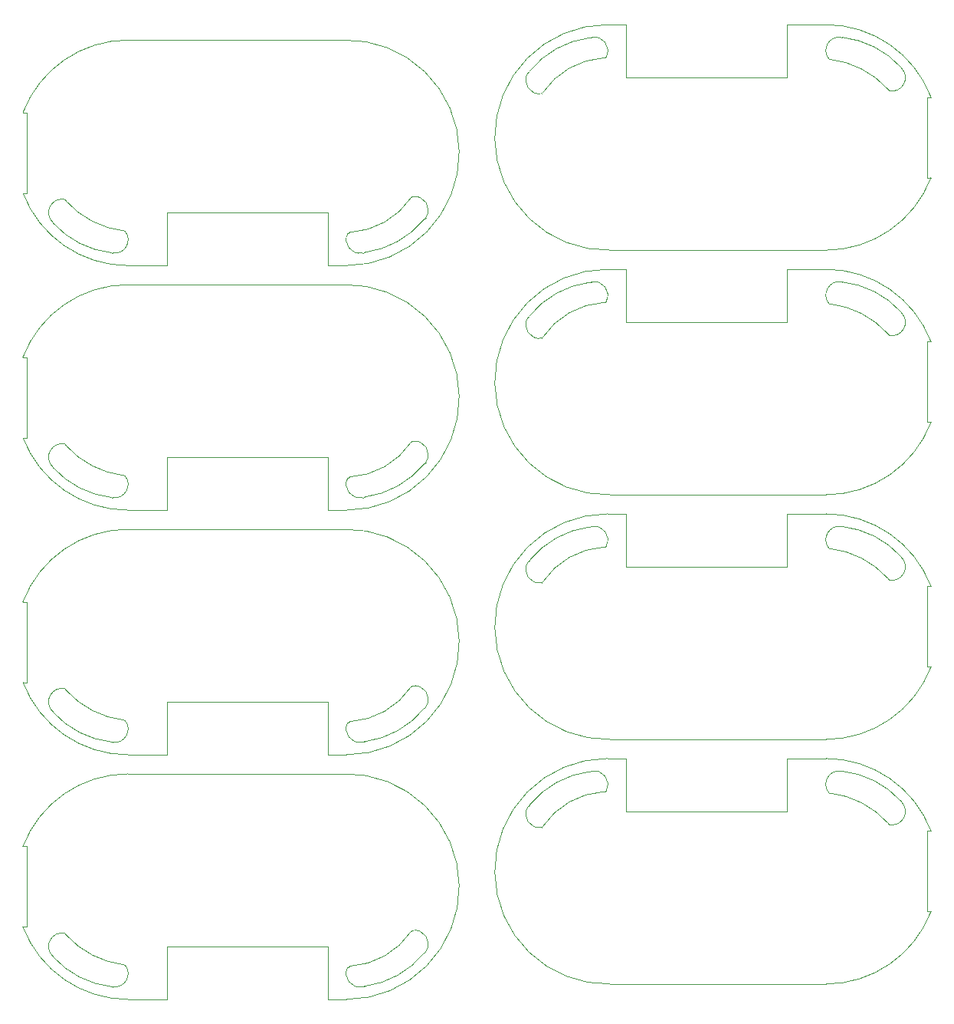
<source format=gm1>
%MOIN*%
%OFA0B0*%
%FSLAX45Y45*%
%IPPOS*%
%LPD*%
%ADD10C,0.0019685039370078744*%
%ADD21C,0.0019685039370078744*%
%ADD22C,0.0019685039370078744*%
%ADD23C,0.0019685039370078744*%
%ADD24C,0.0019685039370078744*%
%ADD25C,0.0019685039370078744*%
%ADD26C,0.0019685039370078744*%
%ADD27C,0.0019685039370078744*%
G01*
D10*
X000043906Y000046897D02*
X000043355Y000047615D01*
X000049569Y000056420D02*
X000049067Y000057096D01*
X000075191Y000043352D02*
X000074960Y000043385D01*
X000069842Y000033818D02*
X000069491Y000033878D01*
X000179370Y000034055D02*
X000178540Y000033878D01*
X000200045Y000058278D02*
X000199803Y000058031D01*
X000206073Y000049204D02*
X000205502Y000048622D01*
X000206073Y000049204D02*
G75*
G03*
X000200045Y000058278I-000004793J000003354D01*
G01*
X000172126Y000042322D02*
G75*
G03*
X000178540Y000033878I000005137J-000002755D01*
G01*
X000205502Y000048622D02*
G75*
G02*
X000179370Y000034055I-000031292J000025413D01*
G01*
X000172988Y000042779D02*
G75*
G03*
X000199803Y000058031I-000001925J000034582D01*
G01*
X000172988Y000042779D02*
X000172126Y000042322D01*
X000075191Y000043352D02*
G75*
G02*
X000069842Y000033818I-000004423J-000003785D01*
G01*
X000049569Y000056420D02*
G75*
G03*
X000074960Y000043385I000029942J000027079D01*
G01*
X000043355Y000047615D02*
G75*
G02*
X000049067Y000057096I000004479J000003762D01*
G01*
X000043906Y000046897D02*
G75*
G03*
X000069491Y000033878I000029915J000027137D01*
G01*
X000030834Y000094842D02*
G75*
G02*
X000076610Y000126362I000045776J-000017480D01*
G01*
X000093610Y000051362D02*
X000163610Y000051362D01*
X000163610Y000051362D02*
X000163610Y000028362D01*
X000030848Y000059843D02*
X000032612Y000059843D01*
X000032610Y000094842D02*
X000032612Y000059843D01*
X000030848Y000059843D02*
G75*
G03*
X000076610Y000028362I000045761J000017518D01*
G01*
X000076610Y000126362D02*
X000170413Y000126347D01*
X000093610Y000028362D02*
X000093610Y000051362D01*
X000163610Y000028362D02*
X000171610Y000028362D01*
X000076610Y000028362D02*
X000093610Y000028362D01*
X000032610Y000094842D02*
X000030834Y000094842D01*
X000170413Y000126347D02*
G75*
G02*
X000171610Y000028362I000001197J-000048985D01*
G01*
G04 next file*
G04 #@! TF.GenerationSoftware,KiCad,Pcbnew,(5.1.10)-1*
G04 #@! TF.CreationDate,2021-07-19T19:08:23-05:00*
G04 #@! TF.ProjectId,temp sensor,74656d70-2073-4656-9e73-6f722e6b6963,0.2*
G04 #@! TF.SameCoordinates,Original*
G04 #@! TF.FileFunction,Profile,NP*
G04 Gerber Fmt 4.5, Leading zero omitted, Abs format (unit mm)*
G04 Created by KiCad (PCBNEW (5.1.10)-1) date 2021-07-19 19:08:23*
G01*
G04 APERTURE LIST*
G04 #@! TA.AperFunction,Profile*
G04 #@! TD*
G04 APERTURE END LIST*
D21*
X000412786Y000114519D02*
X000413337Y000113802D01*
X000407122Y000104997D02*
X000407625Y000104320D01*
X000381501Y000118064D02*
X000381732Y000118031D01*
X000386850Y000127598D02*
X000387201Y000127538D01*
X000277322Y000127362D02*
X000278152Y000127538D01*
X000256647Y000103138D02*
X000256889Y000103385D01*
X000250619Y000112212D02*
X000251190Y000112795D01*
X000250619Y000112212D02*
G75*
G03*
X000256647Y000103138I000004793J-000003354D01*
G01*
X000284566Y000119094D02*
G75*
G03*
X000278152Y000127538I-000005137J000002755D01*
G01*
X000251190Y000112795D02*
G75*
G02*
X000277322Y000127362I000031292J-000025413D01*
G01*
X000283704Y000118637D02*
G75*
G03*
X000256889Y000103385I000001925J-000034582D01*
G01*
X000283704Y000118637D02*
X000284566Y000119094D01*
X000381501Y000118064D02*
G75*
G02*
X000386850Y000127598I000004423J000003785D01*
G01*
X000407122Y000104997D02*
G75*
G03*
X000381732Y000118031I-000029942J-000027079D01*
G01*
X000413337Y000113802D02*
G75*
G02*
X000407625Y000104320I-000004479J-000003762D01*
G01*
X000412786Y000114519D02*
G75*
G03*
X000387201Y000127538I-000029915J-000027137D01*
G01*
X000425858Y000066574D02*
G75*
G02*
X000380082Y000035055I-000045776J000017480D01*
G01*
X000363082Y000110055D02*
X000293082Y000110055D01*
X000293082Y000110055D02*
X000293082Y000133055D01*
X000425843Y000101573D02*
X000424080Y000101573D01*
X000424082Y000066574D02*
X000424080Y000101573D01*
X000425843Y000101573D02*
G75*
G03*
X000380082Y000133055I-000045761J-000017518D01*
G01*
X000380082Y000035055D02*
X000286279Y000035069D01*
X000363082Y000133055D02*
X000363082Y000110055D01*
X000293082Y000133055D02*
X000285082Y000133055D01*
X000380082Y000133055D02*
X000363082Y000133055D01*
X000424082Y000066574D02*
X000425858Y000066574D01*
X000286279Y000035069D02*
G75*
G02*
X000285082Y000133055I-000001197J000048985D01*
G01*
G04 next file*
G04 #@! TF.GenerationSoftware,KiCad,Pcbnew,(5.1.10)-1*
G04 #@! TF.CreationDate,2021-07-19T19:08:23-05:00*
G04 #@! TF.ProjectId,temp sensor,74656d70-2073-4656-9e73-6f722e6b6963,0.2*
G04 #@! TF.SameCoordinates,Original*
G04 #@! TF.FileFunction,Profile,NP*
G04 Gerber Fmt 4.5, Leading zero omitted, Abs format (unit mm)*
G04 Created by KiCad (PCBNEW (5.1.10)-1) date 2021-07-19 19:08:23*
G01*
G04 APERTURE LIST*
G04 #@! TA.AperFunction,Profile*
G04 #@! TD*
G04 APERTURE END LIST*
D22*
X000043906Y000153197D02*
X000043355Y000153914D01*
X000049569Y000162719D02*
X000049067Y000163396D01*
X000075191Y000149651D02*
X000074960Y000149685D01*
X000069842Y000140118D02*
X000069491Y000140177D01*
X000179370Y000140354D02*
X000178540Y000140177D01*
X000200045Y000164577D02*
X000199803Y000164330D01*
X000206073Y000155504D02*
X000205502Y000154921D01*
X000206073Y000155504D02*
G75*
G03*
X000200045Y000164577I-000004793J000003354D01*
G01*
X000172126Y000148621D02*
G75*
G03*
X000178540Y000140177I000005137J-000002755D01*
G01*
X000205502Y000154921D02*
G75*
G02*
X000179370Y000140354I-000031292J000025413D01*
G01*
X000172988Y000149078D02*
G75*
G03*
X000199803Y000164330I-000001925J000034582D01*
G01*
X000172988Y000149078D02*
X000172126Y000148621D01*
X000075191Y000149651D02*
G75*
G02*
X000069842Y000140118I-000004423J-000003785D01*
G01*
X000049569Y000162719D02*
G75*
G03*
X000074960Y000149685I000029942J000027079D01*
G01*
X000043355Y000153914D02*
G75*
G02*
X000049067Y000163396I000004479J000003762D01*
G01*
X000043906Y000153197D02*
G75*
G03*
X000069491Y000140177I000029915J000027137D01*
G01*
X000030834Y000201141D02*
G75*
G02*
X000076610Y000232661I000045776J-000017480D01*
G01*
X000093610Y000157661D02*
X000163610Y000157661D01*
X000163610Y000157661D02*
X000163610Y000134661D01*
X000030848Y000166142D02*
X000032612Y000166142D01*
X000032610Y000201141D02*
X000032612Y000166142D01*
X000030848Y000166142D02*
G75*
G03*
X000076610Y000134661I000045761J000017518D01*
G01*
X000076610Y000232661D02*
X000170413Y000232646D01*
X000093610Y000134661D02*
X000093610Y000157661D01*
X000163610Y000134661D02*
X000171610Y000134661D01*
X000076610Y000134661D02*
X000093610Y000134661D01*
X000032610Y000201141D02*
X000030834Y000201141D01*
X000170413Y000232646D02*
G75*
G02*
X000171610Y000134661I000001197J-000048985D01*
G01*
G04 next file*
G04 #@! TF.GenerationSoftware,KiCad,Pcbnew,(5.1.10)-1*
G04 #@! TF.CreationDate,2021-07-19T19:08:23-05:00*
G04 #@! TF.ProjectId,temp sensor,74656d70-2073-4656-9e73-6f722e6b6963,0.2*
G04 #@! TF.SameCoordinates,Original*
G04 #@! TF.FileFunction,Profile,NP*
G04 Gerber Fmt 4.5, Leading zero omitted, Abs format (unit mm)*
G04 Created by KiCad (PCBNEW (5.1.10)-1) date 2021-07-19 19:08:23*
G01*
G04 APERTURE LIST*
G04 #@! TA.AperFunction,Profile*
G04 #@! TD*
G04 APERTURE END LIST*
D23*
X000412786Y000220818D02*
X000413337Y000220101D01*
X000407122Y000211296D02*
X000407625Y000210619D01*
X000381501Y000224364D02*
X000381732Y000224330D01*
X000386850Y000233897D02*
X000387201Y000233838D01*
X000277322Y000233661D02*
X000278152Y000233838D01*
X000256647Y000209438D02*
X000256889Y000209685D01*
X000250619Y000218511D02*
X000251190Y000219094D01*
X000250619Y000218511D02*
G75*
G03*
X000256647Y000209438I000004793J-000003354D01*
G01*
X000284566Y000225393D02*
G75*
G03*
X000278152Y000233838I-000005137J000002755D01*
G01*
X000251190Y000219094D02*
G75*
G02*
X000277322Y000233661I000031292J-000025413D01*
G01*
X000283704Y000224937D02*
G75*
G03*
X000256889Y000209685I000001925J-000034582D01*
G01*
X000283704Y000224937D02*
X000284566Y000225393D01*
X000381501Y000224364D02*
G75*
G02*
X000386850Y000233897I000004423J000003785D01*
G01*
X000407122Y000211296D02*
G75*
G03*
X000381732Y000224330I-000029942J-000027079D01*
G01*
X000413337Y000220101D02*
G75*
G02*
X000407625Y000210619I-000004479J-000003762D01*
G01*
X000412786Y000220818D02*
G75*
G03*
X000387201Y000233838I-000029915J-000027137D01*
G01*
X000425858Y000172874D02*
G75*
G02*
X000380082Y000141354I-000045776J000017480D01*
G01*
X000363082Y000216354D02*
X000293082Y000216354D01*
X000293082Y000216354D02*
X000293082Y000239354D01*
X000425843Y000207873D02*
X000424080Y000207873D01*
X000424082Y000172874D02*
X000424080Y000207873D01*
X000425843Y000207873D02*
G75*
G03*
X000380082Y000239354I-000045761J-000017518D01*
G01*
X000380082Y000141354D02*
X000286279Y000141368D01*
X000363082Y000239354D02*
X000363082Y000216354D01*
X000293082Y000239354D02*
X000285082Y000239354D01*
X000380082Y000239354D02*
X000363082Y000239354D01*
X000424082Y000172874D02*
X000425858Y000172874D01*
X000286279Y000141368D02*
G75*
G02*
X000285082Y000239354I-000001197J000048985D01*
G01*
G04 next file*
G04 #@! TF.GenerationSoftware,KiCad,Pcbnew,(5.1.10)-1*
G04 #@! TF.CreationDate,2021-07-19T19:08:23-05:00*
G04 #@! TF.ProjectId,temp sensor,74656d70-2073-4656-9e73-6f722e6b6963,0.2*
G04 #@! TF.SameCoordinates,Original*
G04 #@! TF.FileFunction,Profile,NP*
G04 Gerber Fmt 4.5, Leading zero omitted, Abs format (unit mm)*
G04 Created by KiCad (PCBNEW (5.1.10)-1) date 2021-07-19 19:08:23*
G01*
G04 APERTURE LIST*
G04 #@! TA.AperFunction,Profile*
G04 #@! TD*
G04 APERTURE END LIST*
D24*
X000043906Y000259496D02*
X000043355Y000260213D01*
X000049569Y000269018D02*
X000049067Y000269695D01*
X000075191Y000255950D02*
X000074960Y000255984D01*
X000069842Y000246417D02*
X000069491Y000246476D01*
X000179370Y000246653D02*
X000178540Y000246476D01*
X000200045Y000270876D02*
X000199803Y000270629D01*
X000206073Y000261803D02*
X000205502Y000261220D01*
X000206073Y000261803D02*
G75*
G03*
X000200045Y000270876I-000004793J000003354D01*
G01*
X000172126Y000254921D02*
G75*
G03*
X000178540Y000246476I000005137J-000002755D01*
G01*
X000205502Y000261220D02*
G75*
G02*
X000179370Y000246653I-000031292J000025413D01*
G01*
X000172988Y000255377D02*
G75*
G03*
X000199803Y000270629I-000001925J000034582D01*
G01*
X000172988Y000255377D02*
X000172126Y000254921D01*
X000075191Y000255950D02*
G75*
G02*
X000069842Y000246417I-000004423J-000003785D01*
G01*
X000049569Y000269018D02*
G75*
G03*
X000074960Y000255984I000029942J000027079D01*
G01*
X000043355Y000260213D02*
G75*
G02*
X000049067Y000269695I000004479J000003762D01*
G01*
X000043906Y000259496D02*
G75*
G03*
X000069491Y000246476I000029915J000027137D01*
G01*
X000030834Y000307440D02*
G75*
G02*
X000076610Y000338960I000045776J-000017480D01*
G01*
X000093610Y000263960D02*
X000163610Y000263960D01*
X000163610Y000263960D02*
X000163610Y000240960D01*
X000030848Y000272441D02*
X000032612Y000272441D01*
X000032610Y000307440D02*
X000032612Y000272441D01*
X000030848Y000272441D02*
G75*
G03*
X000076610Y000240960I000045761J000017518D01*
G01*
X000076610Y000338960D02*
X000170413Y000338946D01*
X000093610Y000240960D02*
X000093610Y000263960D01*
X000163610Y000240960D02*
X000171610Y000240960D01*
X000076610Y000240960D02*
X000093610Y000240960D01*
X000032610Y000307440D02*
X000030834Y000307440D01*
X000170413Y000338946D02*
G75*
G02*
X000171610Y000240960I000001197J-000048985D01*
G01*
G04 next file*
G04 #@! TF.GenerationSoftware,KiCad,Pcbnew,(5.1.10)-1*
G04 #@! TF.CreationDate,2021-07-19T19:08:23-05:00*
G04 #@! TF.ProjectId,temp sensor,74656d70-2073-4656-9e73-6f722e6b6963,0.2*
G04 #@! TF.SameCoordinates,Original*
G04 #@! TF.FileFunction,Profile,NP*
G04 Gerber Fmt 4.5, Leading zero omitted, Abs format (unit mm)*
G04 Created by KiCad (PCBNEW (5.1.10)-1) date 2021-07-19 19:08:23*
G01*
G04 APERTURE LIST*
G04 #@! TA.AperFunction,Profile*
G04 #@! TD*
G04 APERTURE END LIST*
D25*
X000043906Y000365795D02*
X000043355Y000366512D01*
X000049569Y000375317D02*
X000049067Y000375994D01*
X000075191Y000362250D02*
X000074960Y000362283D01*
X000069842Y000352716D02*
X000069491Y000352775D01*
X000179370Y000352952D02*
X000178540Y000352775D01*
X000200045Y000377175D02*
X000199803Y000376929D01*
X000206073Y000368102D02*
X000205502Y000367519D01*
X000206073Y000368102D02*
G75*
G03*
X000200045Y000377175I-000004793J000003354D01*
G01*
X000172126Y000361220D02*
G75*
G03*
X000178540Y000352775I000005137J-000002755D01*
G01*
X000205502Y000367519D02*
G75*
G02*
X000179370Y000352952I-000031292J000025413D01*
G01*
X000172988Y000361677D02*
G75*
G03*
X000199803Y000376929I-000001925J000034582D01*
G01*
X000172988Y000361677D02*
X000172126Y000361220D01*
X000075191Y000362250D02*
G75*
G02*
X000069842Y000352716I-000004423J-000003785D01*
G01*
X000049569Y000375317D02*
G75*
G03*
X000074960Y000362283I000029942J000027079D01*
G01*
X000043355Y000366512D02*
G75*
G02*
X000049067Y000375994I000004479J000003762D01*
G01*
X000043906Y000365795D02*
G75*
G03*
X000069491Y000352775I000029915J000027137D01*
G01*
X000030834Y000413740D02*
G75*
G02*
X000076610Y000445259I000045776J-000017480D01*
G01*
X000093610Y000370259D02*
X000163610Y000370259D01*
X000163610Y000370259D02*
X000163610Y000347259D01*
X000030848Y000378741D02*
X000032612Y000378741D01*
X000032610Y000413740D02*
X000032612Y000378741D01*
X000030848Y000378741D02*
G75*
G03*
X000076610Y000347259I000045761J000017518D01*
G01*
X000076610Y000445259D02*
X000170413Y000445245D01*
X000093610Y000347259D02*
X000093610Y000370259D01*
X000163610Y000347259D02*
X000171610Y000347259D01*
X000076610Y000347259D02*
X000093610Y000347259D01*
X000032610Y000413740D02*
X000030834Y000413740D01*
X000170413Y000445245D02*
G75*
G02*
X000171610Y000347259I000001197J-000048985D01*
G01*
G04 next file*
G04 #@! TF.GenerationSoftware,KiCad,Pcbnew,(5.1.10)-1*
G04 #@! TF.CreationDate,2021-07-19T19:08:23-05:00*
G04 #@! TF.ProjectId,temp sensor,74656d70-2073-4656-9e73-6f722e6b6963,0.2*
G04 #@! TF.SameCoordinates,Original*
G04 #@! TF.FileFunction,Profile,NP*
G04 Gerber Fmt 4.5, Leading zero omitted, Abs format (unit mm)*
G04 Created by KiCad (PCBNEW (5.1.10)-1) date 2021-07-19 19:08:23*
G01*
G04 APERTURE LIST*
G04 #@! TA.AperFunction,Profile*
G04 #@! TD*
G04 APERTURE END LIST*
D26*
X000412786Y000327117D02*
X000413337Y000326400D01*
X000407122Y000317595D02*
X000407625Y000316918D01*
X000381501Y000330663D02*
X000381732Y000330629D01*
X000386850Y000340196D02*
X000387201Y000340137D01*
X000277322Y000339960D02*
X000278152Y000340137D01*
X000256647Y000315737D02*
X000256889Y000315984D01*
X000250619Y000324810D02*
X000251190Y000325393D01*
X000250619Y000324810D02*
G75*
G03*
X000256647Y000315737I000004793J-000003354D01*
G01*
X000284566Y000331692D02*
G75*
G03*
X000278152Y000340137I-000005137J000002755D01*
G01*
X000251190Y000325393D02*
G75*
G02*
X000277322Y000339960I000031292J-000025413D01*
G01*
X000283704Y000331236D02*
G75*
G03*
X000256889Y000315984I000001925J-000034582D01*
G01*
X000283704Y000331236D02*
X000284566Y000331692D01*
X000381501Y000330663D02*
G75*
G02*
X000386850Y000340196I000004423J000003785D01*
G01*
X000407122Y000317595D02*
G75*
G03*
X000381732Y000330629I-000029942J-000027079D01*
G01*
X000413337Y000326400D02*
G75*
G02*
X000407625Y000316918I-000004479J-000003762D01*
G01*
X000412786Y000327117D02*
G75*
G03*
X000387201Y000340137I-000029915J-000027137D01*
G01*
X000425858Y000279173D02*
G75*
G02*
X000380082Y000247653I-000045776J000017480D01*
G01*
X000363082Y000322653D02*
X000293082Y000322653D01*
X000293082Y000322653D02*
X000293082Y000345653D01*
X000425843Y000314172D02*
X000424080Y000314172D01*
X000424082Y000279173D02*
X000424080Y000314172D01*
X000425843Y000314172D02*
G75*
G03*
X000380082Y000345653I-000045761J-000017518D01*
G01*
X000380082Y000247653D02*
X000286279Y000247668D01*
X000363082Y000345653D02*
X000363082Y000322653D01*
X000293082Y000345653D02*
X000285082Y000345653D01*
X000380082Y000345653D02*
X000363082Y000345653D01*
X000424082Y000279173D02*
X000425858Y000279173D01*
X000286279Y000247668D02*
G75*
G02*
X000285082Y000345653I-000001197J000048985D01*
G01*
G04 next file*
G04 #@! TF.GenerationSoftware,KiCad,Pcbnew,(5.1.10)-1*
G04 #@! TF.CreationDate,2021-07-19T19:08:23-05:00*
G04 #@! TF.ProjectId,temp sensor,74656d70-2073-4656-9e73-6f722e6b6963,0.2*
G04 #@! TF.SameCoordinates,Original*
G04 #@! TF.FileFunction,Profile,NP*
G04 Gerber Fmt 4.5, Leading zero omitted, Abs format (unit mm)*
G04 Created by KiCad (PCBNEW (5.1.10)-1) date 2021-07-19 19:08:23*
G01*
G04 APERTURE LIST*
G04 #@! TA.AperFunction,Profile*
G04 #@! TD*
G04 APERTURE END LIST*
D27*
X000412786Y000433417D02*
X000413337Y000432699D01*
X000407122Y000423894D02*
X000407625Y000423218D01*
X000381501Y000436962D02*
X000381732Y000436929D01*
X000386850Y000446496D02*
X000387201Y000446436D01*
X000277322Y000446259D02*
X000278152Y000446436D01*
X000256647Y000422036D02*
X000256889Y000422283D01*
X000250619Y000431110D02*
X000251190Y000431692D01*
X000250619Y000431110D02*
G75*
G03*
X000256647Y000422036I000004793J-000003354D01*
G01*
X000284566Y000437992D02*
G75*
G03*
X000278152Y000446436I-000005137J000002755D01*
G01*
X000251190Y000431692D02*
G75*
G02*
X000277322Y000446259I000031292J-000025413D01*
G01*
X000283704Y000437535D02*
G75*
G03*
X000256889Y000422283I000001925J-000034582D01*
G01*
X000283704Y000437535D02*
X000284566Y000437992D01*
X000381501Y000436962D02*
G75*
G02*
X000386850Y000446496I000004423J000003785D01*
G01*
X000407122Y000423894D02*
G75*
G03*
X000381732Y000436929I-000029942J-000027079D01*
G01*
X000413337Y000432699D02*
G75*
G02*
X000407625Y000423218I-000004479J-000003762D01*
G01*
X000412786Y000433417D02*
G75*
G03*
X000387201Y000446436I-000029915J-000027137D01*
G01*
X000425858Y000385472D02*
G75*
G02*
X000380082Y000353952I-000045776J000017480D01*
G01*
X000363082Y000428952D02*
X000293082Y000428952D01*
X000293082Y000428952D02*
X000293082Y000451952D01*
X000425843Y000420471D02*
X000424080Y000420471D01*
X000424082Y000385472D02*
X000424080Y000420471D01*
X000425843Y000420471D02*
G75*
G03*
X000380082Y000451952I-000045761J-000017518D01*
G01*
X000380082Y000353952D02*
X000286279Y000353967D01*
X000363082Y000451952D02*
X000363082Y000428952D01*
X000293082Y000451952D02*
X000285082Y000451952D01*
X000380082Y000451952D02*
X000363082Y000451952D01*
X000424082Y000385472D02*
X000425858Y000385472D01*
X000286279Y000353967D02*
G75*
G02*
X000285082Y000451952I-000001197J000048985D01*
G01*
M02*
</source>
